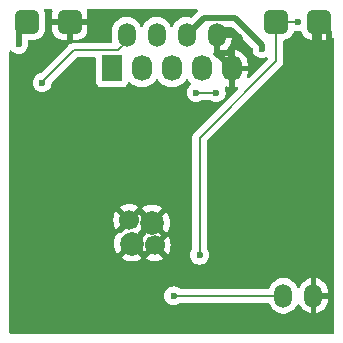
<source format=gbl>
G04 #@! TF.GenerationSoftware,KiCad,Pcbnew,8.0.6-8.0.6-0~ubuntu24.04.1*
G04 #@! TF.CreationDate,2024-10-30T09:26:46+01:00*
G04 #@! TF.ProjectId,clock_pcb,636c6f63-6b5f-4706-9362-2e6b69636164,rev?*
G04 #@! TF.SameCoordinates,Original*
G04 #@! TF.FileFunction,Copper,L2,Bot*
G04 #@! TF.FilePolarity,Positive*
%FSLAX46Y46*%
G04 Gerber Fmt 4.6, Leading zero omitted, Abs format (unit mm)*
G04 Created by KiCad (PCBNEW 8.0.6-8.0.6-0~ubuntu24.04.1) date 2024-10-30 09:26:46*
%MOMM*%
%LPD*%
G01*
G04 APERTURE LIST*
G04 Aperture macros list*
%AMRoundRect*
0 Rectangle with rounded corners*
0 $1 Rounding radius*
0 $2 $3 $4 $5 $6 $7 $8 $9 X,Y pos of 4 corners*
0 Add a 4 corners polygon primitive as box body*
4,1,4,$2,$3,$4,$5,$6,$7,$8,$9,$2,$3,0*
0 Add four circle primitives for the rounded corners*
1,1,$1+$1,$2,$3*
1,1,$1+$1,$4,$5*
1,1,$1+$1,$6,$7*
1,1,$1+$1,$8,$9*
0 Add four rect primitives between the rounded corners*
20,1,$1+$1,$2,$3,$4,$5,0*
20,1,$1+$1,$4,$5,$6,$7,0*
20,1,$1+$1,$6,$7,$8,$9,0*
20,1,$1+$1,$8,$9,$2,$3,0*%
G04 Aperture macros list end*
G04 #@! TA.AperFunction,HeatsinkPad*
%ADD10C,1.700000*%
G04 #@! TD*
G04 #@! TA.AperFunction,HeatsinkPad*
%ADD11C,2.000000*%
G04 #@! TD*
G04 #@! TA.AperFunction,ComponentPad*
%ADD12R,1.700000X2.200000*%
G04 #@! TD*
G04 #@! TA.AperFunction,ComponentPad*
%ADD13O,1.700000X2.200000*%
G04 #@! TD*
G04 #@! TA.AperFunction,ComponentPad*
%ADD14O,1.524000X2.000000*%
G04 #@! TD*
G04 #@! TA.AperFunction,SMDPad,CuDef*
%ADD15RoundRect,0.384616X-0.615384X-0.615384X0.615384X-0.615384X0.615384X0.615384X-0.615384X0.615384X0*%
G04 #@! TD*
G04 #@! TA.AperFunction,ViaPad*
%ADD16C,0.600000*%
G04 #@! TD*
G04 #@! TA.AperFunction,Conductor*
%ADD17C,0.500000*%
G04 #@! TD*
G04 #@! TA.AperFunction,Conductor*
%ADD18C,0.200000*%
G04 #@! TD*
G04 APERTURE END LIST*
D10*
X112305000Y-120030000D03*
D11*
X112075000Y-118110000D03*
X110375000Y-119870000D03*
D10*
X110155000Y-117900000D03*
D12*
X108680000Y-105050000D03*
D13*
X111220000Y-105050000D03*
X113760000Y-105050000D03*
X116300000Y-105050000D03*
X118840000Y-105050000D03*
D14*
X123210000Y-124300000D03*
X125750000Y-124300000D03*
X117560000Y-102200000D03*
X115020000Y-102200000D03*
X112480000Y-102200000D03*
X109940000Y-102200000D03*
D15*
X101500000Y-101100000D03*
X105100000Y-101100000D03*
X122600000Y-101100000D03*
X126200000Y-101100000D03*
D16*
X107760000Y-110780000D03*
X125370000Y-112940000D03*
X126800000Y-117220000D03*
X108310000Y-116260000D03*
X122600000Y-117140000D03*
X127050000Y-102880000D03*
X114690000Y-116600000D03*
X126880000Y-126760000D03*
X120110000Y-122950000D03*
X108300000Y-120270000D03*
X125240000Y-110590000D03*
X127010000Y-122040000D03*
X102730000Y-127120000D03*
X101030000Y-107550000D03*
X105160000Y-106840000D03*
X102900000Y-110780000D03*
X114790000Y-110780000D03*
X107220000Y-100970000D03*
X120550000Y-104880000D03*
X120070000Y-108350000D03*
X120150000Y-117090000D03*
X102750000Y-117710000D03*
X110180000Y-121900000D03*
X120410000Y-126630000D03*
X118720000Y-107000000D03*
X102830000Y-114550000D03*
X125850000Y-102880000D03*
X122690000Y-110570000D03*
X114430000Y-121820000D03*
X119490000Y-102770000D03*
X117560000Y-103750000D03*
X124920000Y-117180000D03*
X116590000Y-125340000D03*
X102710000Y-126320000D03*
X116510000Y-127030000D03*
X122640000Y-113150000D03*
X121660000Y-121290000D03*
X111840000Y-107330000D03*
X103300000Y-101110000D03*
X126970000Y-106620000D03*
X121850000Y-106730000D03*
X100800000Y-103000000D03*
X121394122Y-103365878D03*
X116100000Y-120850000D03*
X124400000Y-101100000D03*
X102770000Y-106250000D03*
X115815735Y-107084265D03*
X117514265Y-107085735D03*
X113900000Y-124300000D03*
D17*
X117560000Y-103750000D02*
X118510000Y-103750000D01*
X119490000Y-102510000D02*
X118730000Y-101750000D01*
X118010000Y-101750000D02*
X117560000Y-102200000D01*
X118510000Y-103750000D02*
X119490000Y-102770000D01*
X125850000Y-101450000D02*
X126200000Y-101100000D01*
X127050000Y-101950000D02*
X126200000Y-101100000D01*
X125850000Y-102880000D02*
X125850000Y-101450000D01*
X117560000Y-103770000D02*
X118840000Y-105050000D01*
X118730000Y-101750000D02*
X118010000Y-101750000D01*
X119490000Y-102770000D02*
X119490000Y-102510000D01*
X127050000Y-102880000D02*
X125850000Y-102880000D01*
X117560000Y-102200000D02*
X117560000Y-103750000D01*
X127050000Y-102880000D02*
X127050000Y-101950000D01*
X117560000Y-103750000D02*
X117560000Y-103770000D01*
X100800000Y-103000000D02*
X100800000Y-101800000D01*
X100800000Y-101800000D02*
X101500000Y-101100000D01*
X121394122Y-103073461D02*
X119070661Y-100750000D01*
X119070661Y-100750000D02*
X116470000Y-100750000D01*
X116470000Y-100750000D02*
X115020000Y-102200000D01*
X121394122Y-103365878D02*
X121394122Y-103073461D01*
D18*
X122600000Y-104400000D02*
X116100000Y-110900000D01*
X116100000Y-110900000D02*
X116100000Y-120850000D01*
X122600000Y-101100000D02*
X122600000Y-104400000D01*
X122600000Y-101100000D02*
X124400000Y-101100000D01*
X102770000Y-106180000D02*
X105450000Y-103500000D01*
X102770000Y-106250000D02*
X102770000Y-106180000D01*
X109940000Y-102770000D02*
X109940000Y-102200000D01*
X105450000Y-103500000D02*
X109210000Y-103500000D01*
X109210000Y-103500000D02*
X109940000Y-102770000D01*
X115815735Y-107084265D02*
X117512795Y-107084265D01*
X117512795Y-107084265D02*
X117514265Y-107085735D01*
X113900000Y-124300000D02*
X123210000Y-124300000D01*
G04 #@! TA.AperFunction,Conductor*
G36*
X111609075Y-118302993D02*
G01*
X111674901Y-118417007D01*
X111767993Y-118510099D01*
X111882007Y-118575925D01*
X111945590Y-118592962D01*
X111612842Y-118925709D01*
X111612842Y-118934349D01*
X111593157Y-119001388D01*
X111576523Y-119022030D01*
X110857962Y-119740590D01*
X110840925Y-119677007D01*
X110775099Y-119562993D01*
X110682007Y-119469901D01*
X110567993Y-119404075D01*
X110504409Y-119387037D01*
X110837157Y-119054290D01*
X110837157Y-119045652D01*
X110856842Y-118978613D01*
X110873476Y-118957971D01*
X111592037Y-118239409D01*
X111609075Y-118302993D01*
G37*
G04 #@! TD.AperFunction*
G04 #@! TA.AperFunction,Conductor*
G36*
X103604296Y-100020185D02*
G01*
X103650051Y-100072989D01*
X103659995Y-100142147D01*
X103655487Y-100159466D01*
X103655888Y-100159574D01*
X103606077Y-100345470D01*
X103600000Y-100422692D01*
X103600000Y-100850000D01*
X106600000Y-100850000D01*
X106600000Y-100422705D01*
X106599999Y-100422692D01*
X106593922Y-100345470D01*
X106544112Y-100159574D01*
X106546172Y-100159021D01*
X106541334Y-100099286D01*
X106574239Y-100037650D01*
X106635243Y-100003588D01*
X106662743Y-100000500D01*
X115858770Y-100000500D01*
X115925809Y-100020185D01*
X115971564Y-100072989D01*
X115981508Y-100142147D01*
X115952483Y-100205703D01*
X115946451Y-100212181D01*
X115454208Y-100704422D01*
X115392885Y-100737907D01*
X115328208Y-100734672D01*
X115323176Y-100733037D01*
X115315634Y-100730586D01*
X115150437Y-100704422D01*
X115119361Y-100699500D01*
X114920639Y-100699500D01*
X114889563Y-100704422D01*
X114724362Y-100730587D01*
X114535370Y-100791993D01*
X114535367Y-100791994D01*
X114358305Y-100882213D01*
X114197533Y-100999021D01*
X114057021Y-101139533D01*
X113940213Y-101300305D01*
X113860485Y-101456780D01*
X113812510Y-101507576D01*
X113744689Y-101524371D01*
X113678554Y-101501833D01*
X113639515Y-101456780D01*
X113559786Y-101300305D01*
X113442981Y-101139536D01*
X113302464Y-100999019D01*
X113141694Y-100882213D01*
X113078473Y-100850000D01*
X112964632Y-100791994D01*
X112964629Y-100791993D01*
X112775637Y-100730587D01*
X112610437Y-100704422D01*
X112579361Y-100699500D01*
X112380639Y-100699500D01*
X112349563Y-100704422D01*
X112184362Y-100730587D01*
X111995370Y-100791993D01*
X111995367Y-100791994D01*
X111818305Y-100882213D01*
X111657533Y-100999021D01*
X111517021Y-101139533D01*
X111400213Y-101300305D01*
X111320485Y-101456780D01*
X111272510Y-101507576D01*
X111204689Y-101524371D01*
X111138554Y-101501833D01*
X111099515Y-101456780D01*
X111019786Y-101300305D01*
X110902981Y-101139536D01*
X110762464Y-100999019D01*
X110601694Y-100882213D01*
X110538473Y-100850000D01*
X110424632Y-100791994D01*
X110424629Y-100791993D01*
X110235637Y-100730587D01*
X110070437Y-100704422D01*
X110039361Y-100699500D01*
X109840639Y-100699500D01*
X109809563Y-100704422D01*
X109644362Y-100730587D01*
X109455370Y-100791993D01*
X109455367Y-100791994D01*
X109278305Y-100882213D01*
X109117533Y-100999021D01*
X108977021Y-101139533D01*
X108860213Y-101300305D01*
X108769994Y-101477367D01*
X108769993Y-101477370D01*
X108708587Y-101666362D01*
X108678772Y-101854606D01*
X108677500Y-101862639D01*
X108677500Y-102537361D01*
X108681031Y-102559656D01*
X108708587Y-102733638D01*
X108709738Y-102737180D01*
X108711735Y-102807021D01*
X108675655Y-102866854D01*
X108612955Y-102897684D01*
X108591808Y-102899500D01*
X105370940Y-102899500D01*
X105330019Y-102910464D01*
X105330019Y-102910465D01*
X105292751Y-102920451D01*
X105218214Y-102940423D01*
X105218209Y-102940426D01*
X105081290Y-103019475D01*
X105081282Y-103019481D01*
X104969478Y-103131286D01*
X102672576Y-105428187D01*
X102611253Y-105461672D01*
X102598787Y-105463725D01*
X102590753Y-105464630D01*
X102590744Y-105464632D01*
X102420478Y-105524210D01*
X102267737Y-105620184D01*
X102140184Y-105747737D01*
X102044211Y-105900476D01*
X101984631Y-106070745D01*
X101984630Y-106070750D01*
X101964435Y-106249996D01*
X101964435Y-106250003D01*
X101984630Y-106429249D01*
X101984631Y-106429254D01*
X102044211Y-106599523D01*
X102129175Y-106734741D01*
X102140184Y-106752262D01*
X102267738Y-106879816D01*
X102420478Y-106975789D01*
X102590745Y-107035368D01*
X102590750Y-107035369D01*
X102769996Y-107055565D01*
X102770000Y-107055565D01*
X102770004Y-107055565D01*
X102949249Y-107035369D01*
X102949252Y-107035368D01*
X102949255Y-107035368D01*
X103119522Y-106975789D01*
X103272262Y-106879816D01*
X103399816Y-106752262D01*
X103495789Y-106599522D01*
X103555368Y-106429255D01*
X103559529Y-106392331D01*
X103566539Y-106330109D01*
X103574050Y-106263440D01*
X103601116Y-106199028D01*
X103609579Y-106189654D01*
X105662416Y-104136819D01*
X105723739Y-104103334D01*
X105750097Y-104100500D01*
X107205500Y-104100500D01*
X107272539Y-104120185D01*
X107318294Y-104172989D01*
X107329500Y-104224500D01*
X107329500Y-106197870D01*
X107329501Y-106197876D01*
X107335908Y-106257483D01*
X107386202Y-106392328D01*
X107386206Y-106392335D01*
X107472452Y-106507544D01*
X107472455Y-106507547D01*
X107587664Y-106593793D01*
X107587671Y-106593797D01*
X107722517Y-106644091D01*
X107722516Y-106644091D01*
X107729444Y-106644835D01*
X107782127Y-106650500D01*
X109577872Y-106650499D01*
X109637483Y-106644091D01*
X109772331Y-106593796D01*
X109887546Y-106507546D01*
X109973796Y-106392331D01*
X110022810Y-106260916D01*
X110064681Y-106204984D01*
X110130145Y-106180566D01*
X110198418Y-106195417D01*
X110226673Y-106216569D01*
X110340213Y-106330109D01*
X110512179Y-106455048D01*
X110512181Y-106455049D01*
X110512184Y-106455051D01*
X110701588Y-106551557D01*
X110903757Y-106617246D01*
X111113713Y-106650500D01*
X111113714Y-106650500D01*
X111326286Y-106650500D01*
X111326287Y-106650500D01*
X111536243Y-106617246D01*
X111738412Y-106551557D01*
X111927816Y-106455051D01*
X112014138Y-106392335D01*
X112099786Y-106330109D01*
X112099788Y-106330106D01*
X112099792Y-106330104D01*
X112250104Y-106179792D01*
X112250106Y-106179788D01*
X112250109Y-106179786D01*
X112375048Y-106007820D01*
X112375047Y-106007820D01*
X112375051Y-106007816D01*
X112379514Y-105999054D01*
X112427488Y-105948259D01*
X112495308Y-105931463D01*
X112561444Y-105953999D01*
X112600486Y-105999056D01*
X112604951Y-106007820D01*
X112729890Y-106179786D01*
X112880213Y-106330109D01*
X113052179Y-106455048D01*
X113052181Y-106455049D01*
X113052184Y-106455051D01*
X113241588Y-106551557D01*
X113443757Y-106617246D01*
X113653713Y-106650500D01*
X113653714Y-106650500D01*
X113866286Y-106650500D01*
X113866287Y-106650500D01*
X114076243Y-106617246D01*
X114278412Y-106551557D01*
X114467816Y-106455051D01*
X114554138Y-106392335D01*
X114639786Y-106330109D01*
X114639788Y-106330106D01*
X114639792Y-106330104D01*
X114790104Y-106179792D01*
X114790106Y-106179788D01*
X114790109Y-106179786D01*
X114915048Y-106007820D01*
X114915047Y-106007820D01*
X114915051Y-106007816D01*
X114919514Y-105999054D01*
X114967488Y-105948259D01*
X115035308Y-105931463D01*
X115101444Y-105953999D01*
X115140486Y-105999056D01*
X115144951Y-106007820D01*
X115269890Y-106179786D01*
X115345435Y-106255331D01*
X115378920Y-106316654D01*
X115373936Y-106386346D01*
X115332064Y-106442279D01*
X115323727Y-106448005D01*
X115313476Y-106454446D01*
X115313474Y-106454447D01*
X115185919Y-106582002D01*
X115089946Y-106734741D01*
X115030366Y-106905010D01*
X115030365Y-106905015D01*
X115010170Y-107084261D01*
X115010170Y-107084268D01*
X115030365Y-107263514D01*
X115030366Y-107263519D01*
X115089946Y-107433788D01*
X115090870Y-107435258D01*
X115185919Y-107586527D01*
X115313473Y-107714081D01*
X115466213Y-107810054D01*
X115636480Y-107869633D01*
X115636485Y-107869634D01*
X115815731Y-107889830D01*
X115815735Y-107889830D01*
X115815739Y-107889830D01*
X115994984Y-107869634D01*
X115994987Y-107869633D01*
X115994990Y-107869633D01*
X116165257Y-107810054D01*
X116317997Y-107714081D01*
X116318002Y-107714075D01*
X116320832Y-107711820D01*
X116323010Y-107710930D01*
X116323893Y-107710376D01*
X116323990Y-107710530D01*
X116385518Y-107685410D01*
X116398147Y-107684765D01*
X116930010Y-107684765D01*
X116997049Y-107704450D01*
X117007326Y-107711821D01*
X117012001Y-107715549D01*
X117012003Y-107715551D01*
X117125535Y-107786887D01*
X117162403Y-107810054D01*
X117164743Y-107811524D01*
X117330809Y-107869633D01*
X117335010Y-107871103D01*
X117335015Y-107871104D01*
X117514261Y-107891300D01*
X117514265Y-107891300D01*
X117514269Y-107891300D01*
X117693514Y-107871104D01*
X117693517Y-107871103D01*
X117693520Y-107871103D01*
X117863787Y-107811524D01*
X118016527Y-107715551D01*
X118144081Y-107587997D01*
X118240054Y-107435257D01*
X118299633Y-107264990D01*
X118299799Y-107263519D01*
X118319830Y-107085738D01*
X118319830Y-107085731D01*
X118299634Y-106906485D01*
X118299633Y-106906480D01*
X118239143Y-106733609D01*
X118235582Y-106663830D01*
X118270311Y-106603202D01*
X118332304Y-106570975D01*
X118394503Y-106574723D01*
X118523872Y-106616757D01*
X118590000Y-106627231D01*
X118590000Y-105483012D01*
X118647007Y-105515925D01*
X118774174Y-105550000D01*
X118905826Y-105550000D01*
X119032993Y-105515925D01*
X119090000Y-105483012D01*
X119090000Y-106627230D01*
X119156126Y-106616757D01*
X119156129Y-106616757D01*
X119224664Y-106594489D01*
X119294505Y-106592494D01*
X119354338Y-106628574D01*
X119385166Y-106691275D01*
X119377201Y-106760690D01*
X119350663Y-106800101D01*
X115619481Y-110531282D01*
X115619479Y-110531285D01*
X115569361Y-110618094D01*
X115569359Y-110618096D01*
X115540425Y-110668209D01*
X115540424Y-110668210D01*
X115540423Y-110668215D01*
X115499499Y-110820943D01*
X115499499Y-110820945D01*
X115499499Y-110989046D01*
X115499500Y-110989059D01*
X115499500Y-120267587D01*
X115479815Y-120334626D01*
X115472450Y-120344896D01*
X115470186Y-120347734D01*
X115374211Y-120500476D01*
X115314631Y-120670745D01*
X115314630Y-120670750D01*
X115294435Y-120849996D01*
X115294435Y-120850003D01*
X115314630Y-121029249D01*
X115314631Y-121029254D01*
X115374211Y-121199523D01*
X115455620Y-121329083D01*
X115470184Y-121352262D01*
X115597738Y-121479816D01*
X115750478Y-121575789D01*
X115920745Y-121635368D01*
X115920750Y-121635369D01*
X116099996Y-121655565D01*
X116100000Y-121655565D01*
X116100004Y-121655565D01*
X116279249Y-121635369D01*
X116279252Y-121635368D01*
X116279255Y-121635368D01*
X116449522Y-121575789D01*
X116602262Y-121479816D01*
X116729816Y-121352262D01*
X116825789Y-121199522D01*
X116885368Y-121029255D01*
X116905565Y-120850000D01*
X116898959Y-120791373D01*
X116885369Y-120670750D01*
X116885368Y-120670745D01*
X116825788Y-120500476D01*
X116743804Y-120370000D01*
X116729816Y-120347738D01*
X116729814Y-120347736D01*
X116729813Y-120347734D01*
X116727550Y-120344896D01*
X116726659Y-120342715D01*
X116726111Y-120341842D01*
X116726264Y-120341745D01*
X116701144Y-120280209D01*
X116700500Y-120267587D01*
X116700500Y-111200096D01*
X116720185Y-111133057D01*
X116736814Y-111112420D01*
X122968713Y-104880521D01*
X122968716Y-104880520D01*
X123080520Y-104768716D01*
X123130639Y-104681904D01*
X123159577Y-104631785D01*
X123200500Y-104479057D01*
X123200500Y-104320943D01*
X123200500Y-102721171D01*
X123220185Y-102654132D01*
X123272989Y-102608377D01*
X123314771Y-102597553D01*
X123354609Y-102594418D01*
X123534328Y-102546262D01*
X123700108Y-102461793D01*
X123844703Y-102344703D01*
X123961793Y-102200108D01*
X124046262Y-102034328D01*
X124063123Y-101971402D01*
X124099486Y-101911743D01*
X124162333Y-101881213D01*
X124213559Y-101885579D01*
X124213961Y-101883819D01*
X124220738Y-101885365D01*
X124220745Y-101885368D01*
X124220752Y-101885368D01*
X124220753Y-101885369D01*
X124399996Y-101905565D01*
X124400000Y-101905565D01*
X124400004Y-101905565D01*
X124579251Y-101885369D01*
X124586037Y-101883820D01*
X124586486Y-101885787D01*
X124646388Y-101882725D01*
X124707018Y-101917449D01*
X124737349Y-101971237D01*
X124754206Y-102034149D01*
X124838625Y-102199828D01*
X124838631Y-102199838D01*
X124955651Y-102344348D01*
X125100161Y-102461368D01*
X125100171Y-102461374D01*
X125265851Y-102545794D01*
X125445470Y-102593922D01*
X125522692Y-102599999D01*
X125522706Y-102600000D01*
X125950000Y-102600000D01*
X125950000Y-100974000D01*
X125969685Y-100906961D01*
X126022489Y-100861206D01*
X126074000Y-100850000D01*
X126326000Y-100850000D01*
X126393039Y-100869685D01*
X126438794Y-100922489D01*
X126450000Y-100974000D01*
X126450000Y-102600000D01*
X126877294Y-102600000D01*
X126877307Y-102599999D01*
X126954529Y-102593922D01*
X127134148Y-102545794D01*
X127299828Y-102461374D01*
X127305287Y-102457830D01*
X127306413Y-102459564D01*
X127361925Y-102436401D01*
X127430716Y-102448628D01*
X127481977Y-102496106D01*
X127499500Y-102559656D01*
X127499500Y-127375500D01*
X127479815Y-127442539D01*
X127427011Y-127488294D01*
X127375500Y-127499500D01*
X100124500Y-127499500D01*
X100057461Y-127479815D01*
X100011706Y-127427011D01*
X100000500Y-127375500D01*
X100000500Y-124299996D01*
X113094435Y-124299996D01*
X113094435Y-124300003D01*
X113114630Y-124479249D01*
X113114631Y-124479254D01*
X113174211Y-124649523D01*
X113270184Y-124802262D01*
X113397738Y-124929816D01*
X113487444Y-124986182D01*
X113545456Y-125022634D01*
X113550478Y-125025789D01*
X113720745Y-125085368D01*
X113720750Y-125085369D01*
X113899996Y-125105565D01*
X113900000Y-125105565D01*
X113900004Y-125105565D01*
X114079249Y-125085369D01*
X114079252Y-125085368D01*
X114079255Y-125085368D01*
X114249522Y-125025789D01*
X114402262Y-124929816D01*
X114402267Y-124929810D01*
X114405097Y-124927555D01*
X114407275Y-124926665D01*
X114408158Y-124926111D01*
X114408255Y-124926265D01*
X114469783Y-124901145D01*
X114482412Y-124900500D01*
X121910221Y-124900500D01*
X121977260Y-124920185D01*
X122023015Y-124972989D01*
X122028150Y-124986177D01*
X122039995Y-125022632D01*
X122130213Y-125199694D01*
X122247019Y-125360464D01*
X122387536Y-125500981D01*
X122548306Y-125617787D01*
X122635149Y-125662035D01*
X122725367Y-125708005D01*
X122725370Y-125708006D01*
X122819866Y-125738709D01*
X122914364Y-125769413D01*
X123110639Y-125800500D01*
X123110640Y-125800500D01*
X123309360Y-125800500D01*
X123309361Y-125800500D01*
X123505636Y-125769413D01*
X123694632Y-125708005D01*
X123871694Y-125617787D01*
X124032464Y-125500981D01*
X124172981Y-125360464D01*
X124289787Y-125199694D01*
X124369796Y-125042667D01*
X124417769Y-124991872D01*
X124485590Y-124975077D01*
X124551725Y-124997614D01*
X124590765Y-125042668D01*
X124670641Y-125199432D01*
X124787403Y-125360139D01*
X124787403Y-125360140D01*
X124927859Y-125500596D01*
X125088567Y-125617358D01*
X125265562Y-125707542D01*
X125454473Y-125768922D01*
X125500000Y-125776133D01*
X125500000Y-124588816D01*
X125516060Y-124604876D01*
X125602939Y-124655036D01*
X125699840Y-124681000D01*
X125800160Y-124681000D01*
X125897061Y-124655036D01*
X125983940Y-124604876D01*
X126000000Y-124588816D01*
X126000000Y-125776132D01*
X126045526Y-125768922D01*
X126234437Y-125707542D01*
X126411432Y-125617358D01*
X126572139Y-125500596D01*
X126572140Y-125500596D01*
X126712596Y-125360140D01*
X126712596Y-125360139D01*
X126829358Y-125199432D01*
X126919542Y-125022437D01*
X126980924Y-124833523D01*
X126980924Y-124833520D01*
X127012000Y-124637321D01*
X127012000Y-124550000D01*
X126038816Y-124550000D01*
X126054876Y-124533940D01*
X126105036Y-124447061D01*
X126131000Y-124350160D01*
X126131000Y-124249840D01*
X126105036Y-124152939D01*
X126054876Y-124066060D01*
X126038816Y-124050000D01*
X127012000Y-124050000D01*
X127012000Y-123962678D01*
X126980924Y-123766479D01*
X126980924Y-123766476D01*
X126919542Y-123577562D01*
X126829358Y-123400567D01*
X126712596Y-123239860D01*
X126712596Y-123239859D01*
X126572140Y-123099403D01*
X126411432Y-122982641D01*
X126234434Y-122892456D01*
X126234436Y-122892456D01*
X126045517Y-122831074D01*
X126000000Y-122823865D01*
X126000000Y-124011184D01*
X125983940Y-123995124D01*
X125897061Y-123944964D01*
X125800160Y-123919000D01*
X125699840Y-123919000D01*
X125602939Y-123944964D01*
X125516060Y-123995124D01*
X125500000Y-124011184D01*
X125500000Y-122823865D01*
X125499999Y-122823865D01*
X125454482Y-122831074D01*
X125265564Y-122892456D01*
X125088567Y-122982641D01*
X124927860Y-123099403D01*
X124927859Y-123099403D01*
X124787403Y-123239859D01*
X124787403Y-123239860D01*
X124670639Y-123400569D01*
X124590764Y-123557332D01*
X124542790Y-123608127D01*
X124474969Y-123624922D01*
X124408834Y-123602384D01*
X124369796Y-123557332D01*
X124289787Y-123400306D01*
X124172981Y-123239536D01*
X124032464Y-123099019D01*
X123871694Y-122982213D01*
X123694632Y-122891994D01*
X123694629Y-122891993D01*
X123505637Y-122830587D01*
X123407498Y-122815043D01*
X123309361Y-122799500D01*
X123110639Y-122799500D01*
X123045214Y-122809862D01*
X122914362Y-122830587D01*
X122725370Y-122891993D01*
X122725367Y-122891994D01*
X122548305Y-122982213D01*
X122387533Y-123099021D01*
X122247021Y-123239533D01*
X122130213Y-123400305D01*
X122039996Y-123577365D01*
X122028152Y-123613818D01*
X121988715Y-123671494D01*
X121924356Y-123698692D01*
X121910221Y-123699500D01*
X114482412Y-123699500D01*
X114415373Y-123679815D01*
X114405097Y-123672445D01*
X114402263Y-123670185D01*
X114402262Y-123670184D01*
X114303499Y-123608127D01*
X114249523Y-123574211D01*
X114079254Y-123514631D01*
X114079249Y-123514630D01*
X113900004Y-123494435D01*
X113899996Y-123494435D01*
X113720750Y-123514630D01*
X113720745Y-123514631D01*
X113550476Y-123574211D01*
X113397737Y-123670184D01*
X113270184Y-123797737D01*
X113174211Y-123950476D01*
X113114631Y-124120745D01*
X113114630Y-124120750D01*
X113094435Y-124299996D01*
X100000500Y-124299996D01*
X100000500Y-117899998D01*
X108799843Y-117899998D01*
X108799843Y-117900001D01*
X108820430Y-118135315D01*
X108820432Y-118135326D01*
X108881566Y-118363483D01*
X108881570Y-118363492D01*
X108981400Y-118577579D01*
X108981402Y-118577583D01*
X109040072Y-118661373D01*
X109040073Y-118661373D01*
X109672037Y-118029409D01*
X109689075Y-118092993D01*
X109754901Y-118207007D01*
X109847993Y-118300099D01*
X109962007Y-118365925D01*
X110025590Y-118382962D01*
X109434458Y-118974095D01*
X109373135Y-119007580D01*
X109303443Y-119002596D01*
X109259096Y-118974095D01*
X109207981Y-118922980D01*
X109187235Y-118945519D01*
X109187234Y-118945521D01*
X109051266Y-119153635D01*
X108951412Y-119381282D01*
X108890387Y-119622261D01*
X108890385Y-119622270D01*
X108869859Y-119869994D01*
X108869859Y-119870005D01*
X108890385Y-120117729D01*
X108890387Y-120117738D01*
X108951412Y-120358717D01*
X109051266Y-120586364D01*
X109151564Y-120739882D01*
X109892037Y-119999409D01*
X109909075Y-120062993D01*
X109974901Y-120177007D01*
X110067993Y-120270099D01*
X110182007Y-120335925D01*
X110245590Y-120352962D01*
X109504942Y-121093609D01*
X109551768Y-121130055D01*
X109551770Y-121130056D01*
X109770385Y-121248364D01*
X109770396Y-121248369D01*
X110005506Y-121329083D01*
X110250707Y-121370000D01*
X110499293Y-121370000D01*
X110744493Y-121329083D01*
X110979603Y-121248369D01*
X110979609Y-121248367D01*
X111198236Y-121130051D01*
X111198239Y-121130050D01*
X111245055Y-121093609D01*
X111245055Y-121093608D01*
X110504409Y-120352962D01*
X110567993Y-120335925D01*
X110682007Y-120270099D01*
X110775099Y-120177007D01*
X110840925Y-120062993D01*
X110857962Y-119999409D01*
X111420000Y-120561447D01*
X111822037Y-120159409D01*
X111839075Y-120222993D01*
X111904901Y-120337007D01*
X111997993Y-120430099D01*
X112112007Y-120495925D01*
X112175590Y-120512962D01*
X111543625Y-121144925D01*
X111627421Y-121203599D01*
X111841507Y-121303429D01*
X111841516Y-121303433D01*
X112069673Y-121364567D01*
X112069684Y-121364569D01*
X112304998Y-121385157D01*
X112305002Y-121385157D01*
X112540315Y-121364569D01*
X112540326Y-121364567D01*
X112768483Y-121303433D01*
X112768492Y-121303429D01*
X112982578Y-121203600D01*
X112982582Y-121203598D01*
X113066373Y-121144926D01*
X113066373Y-121144925D01*
X112434409Y-120512962D01*
X112497993Y-120495925D01*
X112612007Y-120430099D01*
X112705099Y-120337007D01*
X112770925Y-120222993D01*
X112787962Y-120159410D01*
X113419925Y-120791373D01*
X113419926Y-120791373D01*
X113478598Y-120707582D01*
X113478600Y-120707578D01*
X113578429Y-120493492D01*
X113578433Y-120493483D01*
X113639567Y-120265326D01*
X113639569Y-120265315D01*
X113660157Y-120030001D01*
X113660157Y-120029998D01*
X113639569Y-119794684D01*
X113639567Y-119794673D01*
X113578433Y-119566516D01*
X113578429Y-119566507D01*
X113478600Y-119352423D01*
X113478599Y-119352421D01*
X113419925Y-119268626D01*
X113419925Y-119268625D01*
X112787962Y-119900589D01*
X112770925Y-119837007D01*
X112705099Y-119722993D01*
X112612007Y-119629901D01*
X112497993Y-119564075D01*
X112434409Y-119547037D01*
X112796447Y-119185000D01*
X112796447Y-119184999D01*
X112204410Y-118592962D01*
X112267993Y-118575925D01*
X112382007Y-118510099D01*
X112475099Y-118417007D01*
X112540925Y-118302993D01*
X112557962Y-118239410D01*
X113298434Y-118979882D01*
X113398731Y-118826369D01*
X113498587Y-118598717D01*
X113559612Y-118357738D01*
X113559614Y-118357729D01*
X113580141Y-118110005D01*
X113580141Y-118109994D01*
X113559614Y-117862270D01*
X113559612Y-117862261D01*
X113498587Y-117621282D01*
X113398731Y-117393630D01*
X113298434Y-117240116D01*
X112557962Y-117980589D01*
X112540925Y-117917007D01*
X112475099Y-117802993D01*
X112382007Y-117709901D01*
X112267993Y-117644075D01*
X112204410Y-117627037D01*
X112945057Y-116886390D01*
X112945056Y-116886389D01*
X112898229Y-116849943D01*
X112679614Y-116731635D01*
X112679603Y-116731630D01*
X112444493Y-116650916D01*
X112199293Y-116610000D01*
X111950707Y-116610000D01*
X111705506Y-116650916D01*
X111470396Y-116731630D01*
X111470390Y-116731632D01*
X111251761Y-116849949D01*
X111204942Y-116886388D01*
X111204942Y-116886390D01*
X111945590Y-117627037D01*
X111882007Y-117644075D01*
X111767993Y-117709901D01*
X111674901Y-117802993D01*
X111609075Y-117917007D01*
X111592037Y-117980590D01*
X111010000Y-117398553D01*
X110637962Y-117770590D01*
X110620925Y-117707007D01*
X110555099Y-117592993D01*
X110462007Y-117499901D01*
X110347993Y-117434075D01*
X110284410Y-117417037D01*
X110916373Y-116785073D01*
X110916373Y-116785072D01*
X110832583Y-116726402D01*
X110832579Y-116726400D01*
X110618492Y-116626570D01*
X110618483Y-116626566D01*
X110390326Y-116565432D01*
X110390315Y-116565430D01*
X110155002Y-116544843D01*
X110154998Y-116544843D01*
X109919684Y-116565430D01*
X109919673Y-116565432D01*
X109691516Y-116626566D01*
X109691507Y-116626570D01*
X109477419Y-116726401D01*
X109393625Y-116785072D01*
X110025590Y-117417037D01*
X109962007Y-117434075D01*
X109847993Y-117499901D01*
X109754901Y-117592993D01*
X109689075Y-117707007D01*
X109672037Y-117770590D01*
X109040072Y-117138625D01*
X108981401Y-117222419D01*
X108881570Y-117436507D01*
X108881566Y-117436516D01*
X108820432Y-117664673D01*
X108820430Y-117664684D01*
X108799843Y-117899998D01*
X100000500Y-117899998D01*
X100000500Y-103631940D01*
X100020185Y-103564901D01*
X100072989Y-103519146D01*
X100142147Y-103509202D01*
X100205703Y-103538227D01*
X100212181Y-103544259D01*
X100297738Y-103629816D01*
X100371451Y-103676133D01*
X100433945Y-103715401D01*
X100450478Y-103725789D01*
X100576529Y-103769896D01*
X100620745Y-103785368D01*
X100620750Y-103785369D01*
X100799996Y-103805565D01*
X100800000Y-103805565D01*
X100800004Y-103805565D01*
X100979249Y-103785369D01*
X100979252Y-103785368D01*
X100979255Y-103785368D01*
X101149522Y-103725789D01*
X101302262Y-103629816D01*
X101429816Y-103502262D01*
X101525789Y-103349522D01*
X101585368Y-103179255D01*
X101590773Y-103131284D01*
X101605565Y-103000003D01*
X101605565Y-102999996D01*
X101585368Y-102820747D01*
X101585368Y-102820745D01*
X101566020Y-102765453D01*
X101562460Y-102695676D01*
X101597189Y-102635048D01*
X101659182Y-102602821D01*
X101683063Y-102600500D01*
X102177320Y-102600500D01*
X102177328Y-102600500D01*
X102254609Y-102594418D01*
X102434328Y-102546262D01*
X102600108Y-102461793D01*
X102744703Y-102344703D01*
X102861793Y-102200108D01*
X102946262Y-102034328D01*
X102994418Y-101854609D01*
X103000500Y-101777328D01*
X103000500Y-101777307D01*
X103600000Y-101777307D01*
X103606077Y-101854529D01*
X103654205Y-102034148D01*
X103738625Y-102199828D01*
X103738631Y-102199838D01*
X103855651Y-102344348D01*
X104000161Y-102461368D01*
X104000171Y-102461374D01*
X104165851Y-102545794D01*
X104345470Y-102593922D01*
X104422692Y-102599999D01*
X104422706Y-102600000D01*
X104850000Y-102600000D01*
X105350000Y-102600000D01*
X105777294Y-102600000D01*
X105777307Y-102599999D01*
X105854529Y-102593922D01*
X106034148Y-102545794D01*
X106199828Y-102461374D01*
X106199838Y-102461368D01*
X106344348Y-102344348D01*
X106461368Y-102199838D01*
X106461374Y-102199828D01*
X106545794Y-102034148D01*
X106593922Y-101854529D01*
X106599999Y-101777307D01*
X106600000Y-101777294D01*
X106600000Y-101350000D01*
X105350000Y-101350000D01*
X105350000Y-102600000D01*
X104850000Y-102600000D01*
X104850000Y-101350000D01*
X103600000Y-101350000D01*
X103600000Y-101777307D01*
X103000500Y-101777307D01*
X103000500Y-100422672D01*
X102994418Y-100345391D01*
X102946262Y-100165672D01*
X102946261Y-100165671D01*
X102944580Y-100159395D01*
X102946694Y-100158828D01*
X102941870Y-100099289D01*
X102974774Y-100037652D01*
X103035777Y-100003588D01*
X103063280Y-100000500D01*
X103537257Y-100000500D01*
X103604296Y-100020185D01*
G37*
G04 #@! TD.AperFunction*
G04 #@! TA.AperFunction,Conductor*
G36*
X119027203Y-101768356D02*
G01*
X119033681Y-101774388D01*
X120553226Y-103293933D01*
X120586711Y-103355256D01*
X120588765Y-103367730D01*
X120608752Y-103545128D01*
X120608753Y-103545132D01*
X120668333Y-103715401D01*
X120740404Y-103830101D01*
X120764306Y-103868140D01*
X120891860Y-103995694D01*
X121044600Y-104091667D01*
X121126100Y-104120185D01*
X121214867Y-104151246D01*
X121214872Y-104151247D01*
X121394118Y-104171443D01*
X121394122Y-104171443D01*
X121394126Y-104171443D01*
X121573371Y-104151247D01*
X121573373Y-104151246D01*
X121573377Y-104151246D01*
X121573380Y-104151244D01*
X121573384Y-104151244D01*
X121716101Y-104101305D01*
X121785880Y-104097743D01*
X121846507Y-104132471D01*
X121878735Y-104194464D01*
X121872330Y-104264040D01*
X121844737Y-104306027D01*
X120340101Y-105810663D01*
X120278778Y-105844148D01*
X120209086Y-105839164D01*
X120153153Y-105797292D01*
X120128736Y-105731828D01*
X120134489Y-105684663D01*
X120156758Y-105616126D01*
X120190000Y-105406246D01*
X120190000Y-105300000D01*
X119273012Y-105300000D01*
X119305925Y-105242993D01*
X119340000Y-105115826D01*
X119340000Y-104984174D01*
X119305925Y-104857007D01*
X119273012Y-104800000D01*
X120190000Y-104800000D01*
X120190000Y-104693753D01*
X120156757Y-104483872D01*
X120156757Y-104483869D01*
X120091095Y-104281782D01*
X119994620Y-104092442D01*
X119869727Y-103920540D01*
X119869723Y-103920535D01*
X119719464Y-103770276D01*
X119719459Y-103770272D01*
X119547557Y-103645379D01*
X119358215Y-103548903D01*
X119156124Y-103483241D01*
X119090000Y-103472768D01*
X119090000Y-104616988D01*
X119032993Y-104584075D01*
X118905826Y-104550000D01*
X118774174Y-104550000D01*
X118647007Y-104584075D01*
X118590000Y-104616988D01*
X118590000Y-103472768D01*
X118572531Y-103457848D01*
X118564726Y-103456840D01*
X118511275Y-103411843D01*
X118490636Y-103345091D01*
X118509362Y-103277778D01*
X118520337Y-103262785D01*
X118522600Y-103260135D01*
X118639358Y-103099432D01*
X118729542Y-102922437D01*
X118790924Y-102733523D01*
X118790924Y-102733520D01*
X118822000Y-102537321D01*
X118822000Y-102450000D01*
X117848816Y-102450000D01*
X117864876Y-102433940D01*
X117915036Y-102347061D01*
X117941000Y-102250160D01*
X117941000Y-102149840D01*
X117915036Y-102052939D01*
X117864876Y-101966060D01*
X117848816Y-101950000D01*
X118822000Y-101950000D01*
X118822000Y-101862069D01*
X118841685Y-101795030D01*
X118894489Y-101749275D01*
X118963647Y-101739331D01*
X119027203Y-101768356D01*
G37*
G04 #@! TD.AperFunction*
G04 #@! TA.AperFunction,Conductor*
G36*
X117810000Y-103676133D02*
G01*
X117839965Y-103701726D01*
X117878158Y-103760233D01*
X117878656Y-103830101D01*
X117847115Y-103883696D01*
X117810276Y-103920535D01*
X117810272Y-103920540D01*
X117685378Y-104092443D01*
X117680762Y-104101502D01*
X117632784Y-104152295D01*
X117564963Y-104169087D01*
X117498829Y-104146546D01*
X117459794Y-104101493D01*
X117455051Y-104092184D01*
X117455049Y-104092181D01*
X117455048Y-104092179D01*
X117330109Y-103920213D01*
X117284054Y-103874158D01*
X117250569Y-103812835D01*
X117255553Y-103743143D01*
X117291204Y-103692186D01*
X117310000Y-103676132D01*
X117310000Y-102488816D01*
X117326060Y-102504876D01*
X117412939Y-102555036D01*
X117509840Y-102581000D01*
X117610160Y-102581000D01*
X117707061Y-102555036D01*
X117793940Y-102504876D01*
X117810000Y-102488816D01*
X117810000Y-103676133D01*
G37*
G04 #@! TD.AperFunction*
M02*

</source>
